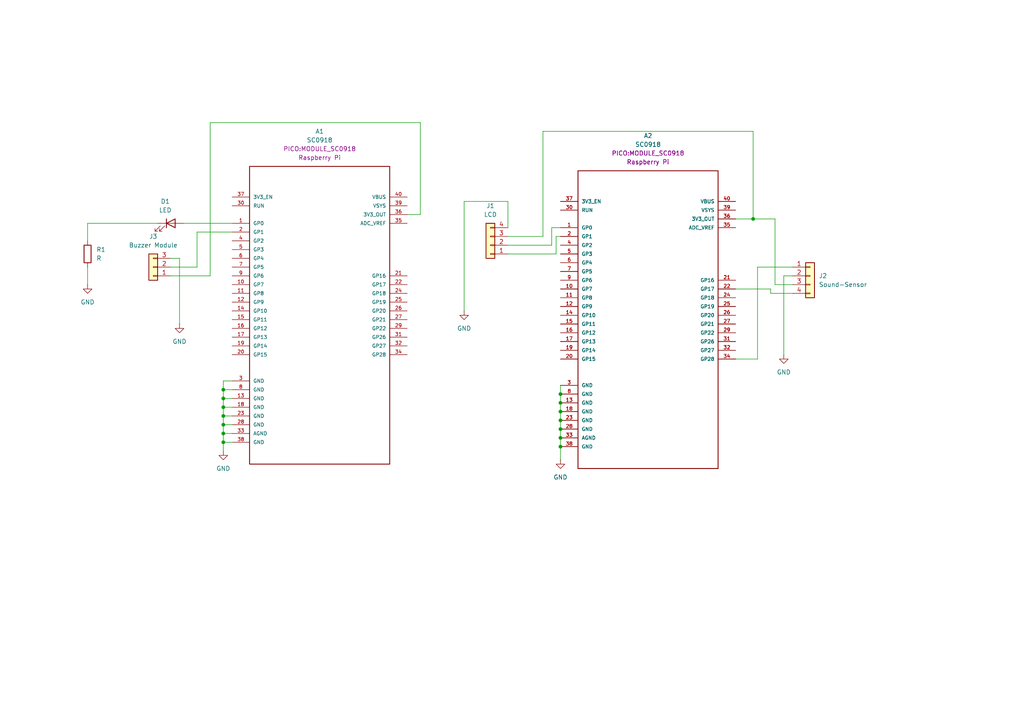
<source format=kicad_sch>
(kicad_sch (version 20231120) (generator "eeschema") (generator_version "8.0")
  (paper "A4")
  (lib_symbols
    (symbol "Connector_Generic:Conn_01x03" (pin_names (offset 1.016) hide)
      (property "Reference" "J" (at 0 5.08 0))
      (property "Value" "Conn_01x03" (at 0 -5.08 0))
      (symbol "Conn_01x03_1_1"
        (rectangle (start -1.27 -2.413) (end 0 -2.667) (stroke (width 0.1524)))
        (rectangle (start -1.27 0.127) (end 0 -0.127) (stroke (width 0.1524)))
        (rectangle (start -1.27 2.667) (end 0 2.413) (stroke (width 0.1524)))
        (rectangle (start -1.27 3.81) (end 1.27 -3.81) (stroke (width 0.254)) (fill (type background)))
        (pin passive line (at -5.08 2.54 0) (length 3.81) (name "Pin_1") (number "1"))
        (pin passive line (at -5.08 0 0) (length 3.81) (name "Pin_2") (number "2"))
        (pin passive line (at -5.08 -2.54 0) (length 3.81) (name "Pin_3") (number "3"))
      )
    )
    (symbol "Connector_Generic:Conn_01x04" (pin_names (offset 1.016) hide)
      (property "Reference" "J" (at 0 5.08 0))
      (property "Value" "Conn_01x04" (at 0 -7.62 0))
      (symbol "Conn_01x04_1_1"
        (rectangle (start -1.27 -4.953) (end 0 -5.207) (stroke (width 0.1524)))
        (rectangle (start -1.27 -2.413) (end 0 -2.667) (stroke (width 0.1524)))
        (rectangle (start -1.27 0.127) (end 0 -0.127) (stroke (width 0.1524)))
        (rectangle (start -1.27 2.667) (end 0 2.413) (stroke (width 0.1524)))
        (rectangle (start -1.27 3.81) (end 1.27 -6.35) (stroke (width 0.254)) (fill (type background)))
        (pin passive line (at -5.08 2.54 0) (length 3.81) (name "Pin_1") (number "1"))
        (pin passive line (at -5.08 0 0) (length 3.81) (name "Pin_2") (number "2"))
        (pin passive line (at -5.08 -2.54 0) (length 3.81) (name "Pin_3") (number "3"))
        (pin passive line (at -5.08 -5.08 0) (length 3.81) (name "Pin_4") (number "4"))
      )
    )
    (symbol "Device:LED" (pin_numbers hide) (pin_names (offset 1.016) hide)
      (property "Reference" "D" (at 0 2.54 0))
      (property "Value" "LED" (at 0 -2.54 0))
      (symbol "LED_0_1"
        (polyline (pts (xy -1.27 -1.27) (xy -1.27 1.27)) (stroke (width 0.254)))
        (polyline (pts (xy -1.27 0) (xy 1.27 0)))
        (polyline (pts (xy 1.27 -1.27) (xy 1.27 1.27) (xy -1.27 0) (xy 1.27 -1.27)) (stroke (width 0.254)))
        (polyline (pts (xy -3.048 -0.762) (xy -4.572 -2.286) (xy -3.81 -2.286) (xy -4.572 -2.286) (xy -4.572 -1.524)))
        (polyline (pts (xy -1.778 -0.762) (xy -3.302 -2.286) (xy -2.54 -2.286) (xy -3.302 -2.286) (xy -3.302 -1.524)))
      )
      (symbol "LED_1_1"
        (pin passive line (at -3.81 0 0) (length 2.54) (name "K") (number "1"))
        (pin passive line (at 3.81 0 180) (length 2.54) (name "A") (number "2"))
      )
    )
    (symbol "Device:R" (pin_numbers hide) (pin_names (offset 0))
      (property "Reference" "R" (at 2.032 0 90))
      (property "Value" "R" (at 0 0 90))
      (symbol "R_0_1"
        (rectangle (start -1.016 -2.54) (end 1.016 2.54) (stroke (width 0.254)))
      )
      (symbol "R_1_1"
        (pin passive line (at 0 3.81 270) (length 1.27) (name "~") (number "1"))
        (pin passive line (at 0 -3.81 90) (length 1.27) (name "~") (number "2"))
      )
    )
    (symbol "PICO:SC0918" (pin_names (offset 1.016))
      (property "Reference" "A1" (at 0 58.42 0))
      (property "Value" "SC0918" (at 0 55.88 0))
      (property "Footprint" "Raspberry Pi:MODULE_SC0918" (at -12.7 -46.99 0))
      (property "manufacturer" "Raspberry Pi" (at 0 53.34 0))
      (symbol "SC0918_0_0"
        (rectangle (start -20.32 -43.18) (end 20.32 43.18) (stroke (width 0.254)))
        (pin bidirectional line (at -25.4 26.67 0) (length 5.08) (name "GP0") (number "1"))
        (pin bidirectional line (at -25.4 8.89 0) (length 5.08) (name "GP7") (number "10"))
        (pin bidirectional line (at -25.4 6.35 0) (length 5.08) (name "GP8") (number "11"))
        (pin bidirectional line (at -25.4 3.81 0) (length 5.08) (name "GP9") (number "12"))
        (pin power_in line (at -25.4 -24.13 0) (length 5.08) (name "GND") (number "13"))
        (pin bidirectional line (at -25.4 1.27 0) (length 5.08) (name "GP10") (number "14"))
        (pin bidirectional line (at -25.4 -1.27 0) (length 5.08) (name "GP11") (number "15"))
        (pin bidirectional line (at -25.4 -3.81 0) (length 5.08) (name "GP12") (number "16"))
        (pin bidirectional line (at -25.4 -6.35 0) (length 5.08) (name "GP13") (number "17"))
        (pin power_in line (at -25.4 -26.67 0) (length 5.08) (name "GND") (number "18"))
        (pin bidirectional line (at -25.4 -8.89 0) (length 5.08) (name "GP14") (number "19"))
        (pin bidirectional line (at -25.4 24.13 0) (length 5.08) (name "GP1") (number "2"))
        (pin bidirectional line (at -25.4 -11.43 0) (length 5.08) (name "GP15") (number "20"))
        (pin bidirectional line (at 25.4 11.43 180) (length 5.08) (name "GP16") (number "21"))
        (pin bidirectional line (at 25.4 8.89 180) (length 5.08) (name "GP17") (number "22"))
        (pin power_in line (at -25.4 -29.21 0) (length 5.08) (name "GND") (number "23"))
        (pin bidirectional line (at 25.4 6.35 180) (length 5.08) (name "GP18") (number "24"))
        (pin bidirectional line (at 25.4 3.81 180) (length 5.08) (name "GP19") (number "25"))
        (pin bidirectional line (at 25.4 1.27 180) (length 5.08) (name "GP20") (number "26"))
        (pin bidirectional line (at 25.4 -1.27 180) (length 5.08) (name "GP21") (number "27"))
        (pin power_in line (at -25.4 -31.75 0) (length 5.08) (name "GND") (number "28"))
        (pin bidirectional line (at 25.4 -3.81 180) (length 5.08) (name "GP22") (number "29"))
        (pin power_in line (at -25.4 -19.05 0) (length 5.08) (name "GND") (number "3"))
        (pin input line (at -25.4 31.75 0) (length 5.08) (name "RUN") (number "30"))
        (pin bidirectional line (at 25.4 -6.35 180) (length 5.08) (name "GP26") (number "31"))
        (pin bidirectional line (at 25.4 -8.89 180) (length 5.08) (name "GP27") (number "32"))
        (pin power_in line (at -25.4 -34.29 0) (length 5.08) (name "AGND") (number "33"))
        (pin bidirectional line (at 25.4 -11.43 180) (length 5.08) (name "GP28") (number "34"))
        (pin power_in line (at 25.4 26.67 180) (length 5.08) (name "ADC_VREF") (number "35"))
        (pin power_in line (at 25.4 29.21 180) (length 5.08) (name "3V3_OUT") (number "36"))
        (pin input line (at -25.4 34.29 0) (length 5.08) (name "3V3_EN") (number "37"))
        (pin power_in line (at -25.4 -36.83 0) (length 5.08) (name "GND") (number "38"))
        (pin free line (at 25.4 31.75 180) (length 5.08) (name "VSYS") (number "39"))
        (pin bidirectional line (at -25.4 21.59 0) (length 5.08) (name "GP2") (number "4"))
        (pin free line (at 25.4 34.29 180) (length 5.08) (name "VBUS") (number "40"))
        (pin bidirectional line (at -25.4 19.05 0) (length 5.08) (name "GP3") (number "5"))
        (pin bidirectional line (at -25.4 16.51 0) (length 5.08) (name "GP4") (number "6"))
        (pin bidirectional line (at -25.4 13.97 0) (length 5.08) (name "GP5") (number "7"))
        (pin power_in line (at -25.4 -21.59 0) (length 5.08) (name "GND") (number "8"))
        (pin bidirectional line (at -25.4 11.43 0) (length 5.08) (name "GP6") (number "9"))
      )
    )
    (symbol "power:GND" (power) (pin_numbers hide) (pin_names (offset 0) hide)
      (property "Value" "GND" (at 0 -3.81 0))
      (symbol "GND_0_1"
        (polyline (pts (xy 0 0) (xy 0 -1.27) (xy 1.27 -1.27) (xy 0 -2.54) (xy -1.27 -1.27) (xy 0 -1.27)))
      )
      (symbol "GND_1_1"
        (pin power_in line (at 0 0 270) (length 0) (name "~") (number "1"))
      )
    )
  )
  (junction (at 162.56 121.92))
  (junction (at 162.56 116.84))
  (junction (at 162.56 119.38))
  (junction (at 64.77 128.27))
  (junction (at 218.44 63.5))
  (junction (at 64.77 120.65))
  (junction (at 64.77 123.19))
  (junction (at 64.77 125.73))
  (junction (at 162.56 124.46))
  (junction (at 64.77 118.11))
  (junction (at 64.77 115.57))
  (junction (at 162.56 127))
  (junction (at 162.56 114.3))
  (junction (at 64.77 113.03))
  (junction (at 162.56 129.54))
  (wire (pts (xy 64.77 110.49) (xy 64.77 113.03)))
  (wire (pts (xy 224.79 82.55) (xy 224.79 63.5)))
  (wire (pts (xy 64.77 120.65) (xy 67.31 120.65)))
  (wire (pts (xy 218.44 63.5) (xy 213.36 63.5)))
  (wire (pts (xy 52.07 74.93) (xy 52.07 93.98)))
  (wire (pts (xy 224.79 63.5) (xy 218.44 63.5)))
  (wire (pts (xy 229.87 80.01) (xy 227.33 80.01)))
  (wire (pts (xy 64.77 115.57) (xy 64.77 118.11)))
  (wire (pts (xy 64.77 115.57) (xy 67.31 115.57)))
  (wire (pts (xy 60.96 80.01) (xy 60.96 35.56)))
  (wire (pts (xy 64.77 125.73) (xy 67.31 125.73)))
  (wire (pts (xy 161.29 73.66) (xy 161.29 68.58)))
  (wire (pts (xy 157.48 38.1) (xy 218.44 38.1)))
  (wire (pts (xy 160.02 66.04) (xy 162.56 66.04)))
  (wire (pts (xy 162.56 114.3) (xy 162.56 116.84)))
  (wire (pts (xy 162.56 127) (xy 162.56 129.54)))
  (wire (pts (xy 60.96 35.56) (xy 121.92 35.56)))
  (wire (pts (xy 57.15 67.31) (xy 67.31 67.31)))
  (wire (pts (xy 64.77 118.11) (xy 64.77 120.65)))
  (wire (pts (xy 219.71 77.47) (xy 219.71 104.14)))
  (wire (pts (xy 147.32 58.42) (xy 134.62 58.42)))
  (wire (pts (xy 161.29 68.58) (xy 162.56 68.58)))
  (wire (pts (xy 160.02 71.12) (xy 160.02 66.04)))
  (wire (pts (xy 147.32 66.04) (xy 147.32 58.42)))
  (wire (pts (xy 64.77 113.03) (xy 67.31 113.03)))
  (wire (pts (xy 134.62 58.42) (xy 134.62 90.17)))
  (wire (pts (xy 162.56 121.92) (xy 162.56 124.46)))
  (wire (pts (xy 223.52 85.09) (xy 229.87 85.09)))
  (wire (pts (xy 57.15 77.47) (xy 57.15 67.31)))
  (wire (pts (xy 157.48 68.58) (xy 157.48 38.1)))
  (wire (pts (xy 64.77 125.73) (xy 64.77 128.27)))
  (wire (pts (xy 162.56 124.46) (xy 162.56 127)))
  (wire (pts (xy 121.92 35.56) (xy 121.92 62.23)))
  (wire (pts (xy 162.56 129.54) (xy 162.56 133.35)))
  (wire (pts (xy 218.44 38.1) (xy 218.44 63.5)))
  (wire (pts (xy 64.77 120.65) (xy 64.77 123.19)))
  (wire (pts (xy 121.92 62.23) (xy 118.11 62.23)))
  (wire (pts (xy 25.4 77.47) (xy 25.4 82.55)))
  (wire (pts (xy 213.36 83.82) (xy 223.52 83.82)))
  (wire (pts (xy 219.71 104.14) (xy 213.36 104.14)))
  (wire (pts (xy 64.77 113.03) (xy 64.77 115.57)))
  (wire (pts (xy 162.56 116.84) (xy 162.56 119.38)))
  (wire (pts (xy 49.53 77.47) (xy 57.15 77.47)))
  (wire (pts (xy 227.33 80.01) (xy 227.33 102.87)))
  (wire (pts (xy 64.77 123.19) (xy 67.31 123.19)))
  (wire (pts (xy 64.77 110.49) (xy 67.31 110.49)))
  (wire (pts (xy 25.4 64.77) (xy 45.72 64.77)))
  (wire (pts (xy 64.77 118.11) (xy 67.31 118.11)))
  (wire (pts (xy 25.4 64.77) (xy 25.4 69.85)))
  (wire (pts (xy 147.32 71.12) (xy 160.02 71.12)))
  (wire (pts (xy 64.77 128.27) (xy 64.77 130.81)))
  (wire (pts (xy 64.77 128.27) (xy 67.31 128.27)))
  (wire (pts (xy 147.32 73.66) (xy 161.29 73.66)))
  (wire (pts (xy 53.34 64.77) (xy 67.31 64.77)))
  (wire (pts (xy 162.56 111.76) (xy 162.56 114.3)))
  (wire (pts (xy 223.52 83.82) (xy 223.52 85.09)))
  (wire (pts (xy 162.56 119.38) (xy 162.56 121.92)))
  (wire (pts (xy 229.87 82.55) (xy 224.79 82.55)))
  (wire (pts (xy 64.77 123.19) (xy 64.77 125.73)))
  (wire (pts (xy 229.87 77.47) (xy 219.71 77.47)))
  (wire (pts (xy 49.53 80.01) (xy 60.96 80.01)))
  (wire (pts (xy 49.53 74.93) (xy 52.07 74.93)))
  (wire (pts (xy 147.32 68.58) (xy 157.48 68.58)))
  (symbol (lib_id "Device:LED") (at 49.53 64.77 0) (unit 1)
    (property "Reference" "D1" (at 47.9425 58.42 0))
    (property "Value" "LED" (at 47.9425 60.96 0))
    (property "Description" "Light emitting diode" (effects (hide yes)))
  )
  (symbol (lib_id "Connector_Generic:Conn_01x03") (at 44.45 77.47 180) (unit 1)
    (property "Reference" "J3" (at 44.45 68.58 0))
    (property "Value" "Buzzer Module" (at 44.45 71.12 0))
    (property "Description" "Generic connector, single row, 01x03, script generated (kicad-library-utils/schlib/autogen/connector/)" (effects (hide yes)))
  )
  (symbol (lib_id "power:GND") (at 227.33 102.87 0) (unit 1)
    (property "Reference" "#PWR06" (effects (hide yes)))
    (property "Value" "GND" (at 227.33 107.95 0))
    (property "Description" "Power symbol creates a global label with name \"GND\" , ground" (effects (hide yes)))
  )
  (symbol (lib_id "Connector_Generic:Conn_01x04") (at 142.24 71.12 180) (unit 1)
    (property "Reference" "J1" (at 142.24 59.69 0))
    (property "Value" "LCD" (at 142.24 62.23 0))
    (property "Description" "Generic connector, single row, 01x04, script generated (kicad-library-utils/schlib/autogen/connector/)" (effects (hide yes)))
  )
  (symbol (lib_id "PICO:SC0918") (at 187.96 92.71 0) (unit 1)
    (property "Reference" "A2" (at 187.96 39.37 0))
    (property "Value" "SC0918" (at 187.96 41.91 0))
    (property "Footprint" "PICO:MODULE_SC0918" (at 187.96 44.45 0))
    (property "Datasheet" "https://datasheets.raspberrypi.com/picow/pico-w-datasheet.pdf" (effects (hide yes)))
    (property "manufacturer" "Raspberry Pi" (at 187.96 46.99 0))
    (property "P/N" "SC0918" (effects (hide yes)))
    (property "PARTREV" "1.6" (effects (hide yes)))
    (property "MAXIMUM_PACKAGE_HEIGHT" "3.73mm" (effects (hide yes)))
  )
  (symbol (lib_id "power:GND") (at 134.62 90.17 0) (unit 1)
    (property "Reference" "#PWR05" (effects (hide yes)))
    (property "Value" "GND" (at 134.62 95.25 0))
    (property "Description" "Power symbol creates a global label with name \"GND\" , ground" (effects (hide yes)))
  )
  (symbol (lib_id "Device:R") (at 25.4 73.66 0) (unit 1)
    (property "Reference" "R1" (at 27.94 72.3899 0) (effects (justify left)))
    (property "Value" "R" (at 27.94 74.9299 0) (effects (justify left)))
    (property "Description" "Resistor" (effects (hide yes)))
  )
  (symbol (lib_id "power:GND") (at 52.07 93.98 0) (unit 1)
    (property "Reference" "#PWR04" (effects (hide yes)))
    (property "Value" "GND" (at 52.07 99.06 0))
    (property "Description" "Power symbol creates a global label with name \"GND\" , ground" (effects (hide yes)))
  )
  (symbol (lib_id "power:GND") (at 64.77 130.81 0) (unit 1)
    (property "Reference" "#PWR02" (effects (hide yes)))
    (property "Value" "GND" (at 64.77 135.89 0))
    (property "Description" "Power symbol creates a global label with name \"GND\" , ground" (effects (hide yes)))
  )
  (symbol (lib_id "Connector_Generic:Conn_01x04") (at 234.95 80.01 0) (unit 1)
    (property "Reference" "J2" (at 237.49 80.0099 0) (effects (justify left)))
    (property "Value" "Sound-Sensor" (at 237.49 82.5499 0) (effects (justify left)))
    (property "Description" "Generic connector, single row, 01x04, script generated (kicad-library-utils/schlib/autogen/connector/)" (effects (hide yes)))
  )
  (symbol (lib_id "power:GND") (at 25.4 82.55 0) (unit 1)
    (property "Reference" "#PWR03" (effects (hide yes)))
    (property "Value" "GND" (at 25.4 87.63 0))
    (property "Description" "Power symbol creates a global label with name \"GND\" , ground" (effects (hide yes)))
  )
  (symbol (lib_id "PICO:SC0918") (at 92.71 91.44 0) (unit 1)
    (property "Reference" "A1" (at 92.71 38.1 0))
    (property "Value" "SC0918" (at 92.71 40.64 0))
    (property "Footprint" "PICO:MODULE_SC0918" (at 92.71 43.18 0))
    (property "Datasheet" "https://datasheets.raspberrypi.com/picow/pico-w-datasheet.pdf" (effects (hide yes)))
    (property "manufacturer" "Raspberry Pi" (at 92.71 45.72 0))
    (property "P/N" "SC0918" (effects (hide yes)))
    (property "PARTREV" "1.6" (effects (hide yes)))
    (property "MAXIMUM_PACKAGE_HEIGHT" "3.73mm" (effects (hide yes)))
  )
  (symbol (lib_id "power:GND") (at 162.56 133.35 0) (unit 1)
    (property "Reference" "#PWR01" (effects (hide yes)))
    (property "Value" "GND" (at 162.56 138.43 0))
    (property "Description" "Power symbol creates a global label with name \"GND\" , ground" (effects (hide yes)))
  )
)
</source>
